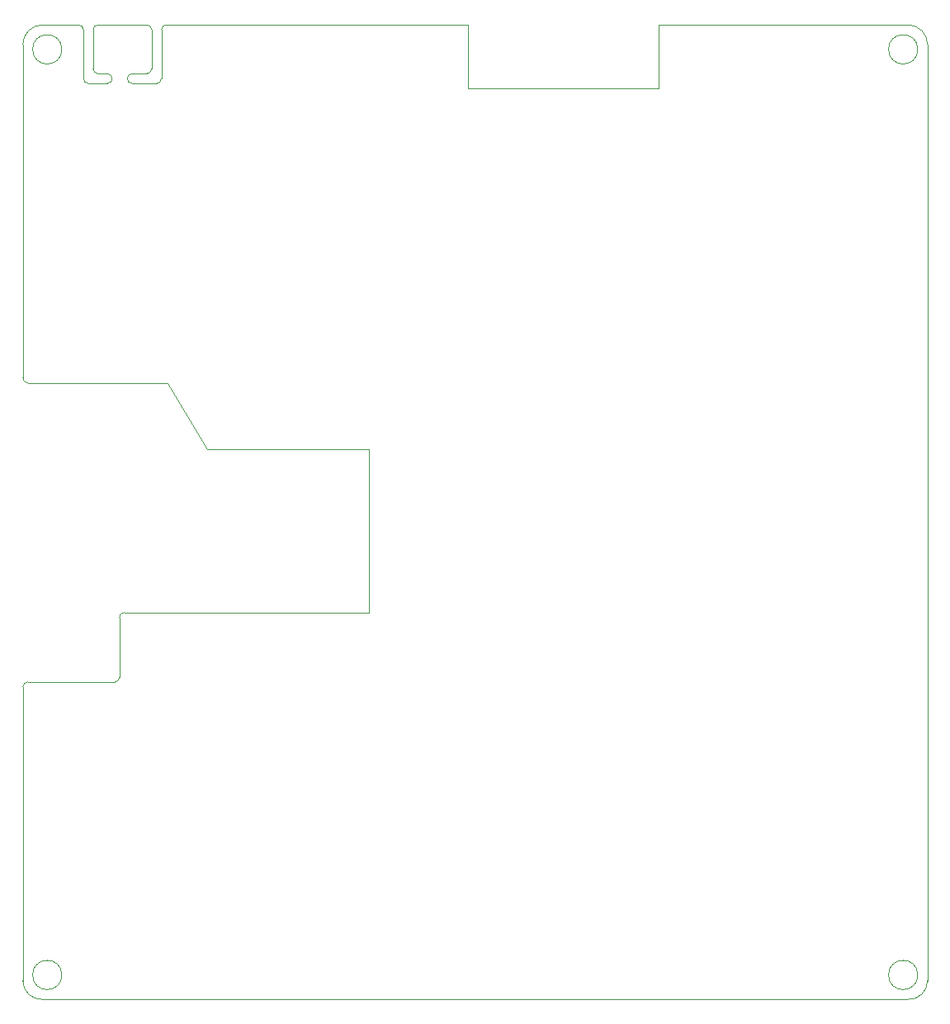
<source format=gm1>
G04 #@! TF.GenerationSoftware,KiCad,Pcbnew,8.0.3*
G04 #@! TF.CreationDate,2024-06-18T17:58:35+02:00*
G04 #@! TF.ProjectId,Open_beehive_scale_V0.5,4f70656e-5f62-4656-9568-6976655f7363,rev?*
G04 #@! TF.SameCoordinates,Original*
G04 #@! TF.FileFunction,Profile,NP*
%FSLAX46Y46*%
G04 Gerber Fmt 4.6, Leading zero omitted, Abs format (unit mm)*
G04 Created by KiCad (PCBNEW 8.0.3) date 2024-06-18 17:58:35*
%MOMM*%
%LPD*%
G01*
G04 APERTURE LIST*
G04 #@! TA.AperFunction,Profile*
%ADD10C,0.050000*%
G04 #@! TD*
G04 APERTURE END LIST*
D10*
X101120000Y-145800000D02*
X189920000Y-145800000D01*
X111830000Y-45890000D02*
X106830000Y-45890000D01*
X189920000Y-45890000D02*
G75*
G02*
X191919975Y-47900000I0J-2000000D01*
G01*
X107780000Y-50890000D02*
X106830000Y-50890000D01*
X164370000Y-45890000D02*
X189920000Y-45890000D01*
X111830000Y-45890000D02*
G75*
G02*
X112330000Y-46390000I0J-500000D01*
G01*
X104830000Y-45890000D02*
X101120000Y-45890000D01*
X109020000Y-106630000D02*
G75*
G02*
X109520000Y-106130000I500000J0D01*
G01*
X112330000Y-50390000D02*
X112330000Y-46390000D01*
X190920000Y-48400000D02*
G75*
G02*
X187920000Y-48400000I-1500000J0D01*
G01*
X187920000Y-48400000D02*
G75*
G02*
X190920000Y-48400000I1500000J0D01*
G01*
X99120000Y-113770000D02*
G75*
G02*
X99620000Y-113270000I500000J0D01*
G01*
X105330000Y-46390000D02*
X105330000Y-51390000D01*
X113830000Y-45890000D02*
X138520000Y-45890000D01*
X113970000Y-82590000D02*
X117990000Y-89430000D01*
X106330000Y-46390000D02*
G75*
G02*
X106830000Y-45890000I500000J0D01*
G01*
X105830000Y-51890000D02*
G75*
G02*
X105330000Y-51390000I0J500000D01*
G01*
X110330000Y-51890000D02*
G75*
G02*
X110330000Y-50890000I0J500000D01*
G01*
X103120000Y-143300000D02*
G75*
G02*
X100120000Y-143300000I-1500000J0D01*
G01*
X100120000Y-143300000D02*
G75*
G02*
X103120000Y-143300000I1500000J0D01*
G01*
X113330000Y-46390000D02*
X113330000Y-51390000D01*
X99120000Y-56680000D02*
X99120000Y-82090000D01*
X134600000Y-106130000D02*
X109520000Y-106130000D01*
X112830000Y-51890000D02*
X110330000Y-51890000D01*
X110330000Y-50890000D02*
X111830000Y-50890000D01*
X112330000Y-50390000D02*
G75*
G02*
X111830000Y-50890000I-500000J0D01*
G01*
X99120000Y-47900000D02*
G75*
G02*
X101120000Y-45890025I2010000J0D01*
G01*
X191920000Y-143900000D02*
G75*
G02*
X189920000Y-145800000I-1902500J0D01*
G01*
X113330000Y-51390000D02*
G75*
G02*
X112830000Y-51890000I-500000J0D01*
G01*
X101120000Y-145800000D02*
G75*
G02*
X99120000Y-143900000I-97500J1900000D01*
G01*
X144770000Y-45890000D02*
X144770000Y-52390000D01*
X113330000Y-46390000D02*
G75*
G02*
X113830000Y-45890000I500000J0D01*
G01*
X190920000Y-143300000D02*
G75*
G02*
X187920000Y-143300000I-1500000J0D01*
G01*
X187920000Y-143300000D02*
G75*
G02*
X190920000Y-143300000I1500000J0D01*
G01*
X99620000Y-82590000D02*
G75*
G02*
X99120000Y-82090000I0J500000D01*
G01*
X99620000Y-82590000D02*
X113970000Y-82590000D01*
X106330000Y-50390000D02*
X106330000Y-46390000D01*
X99120000Y-143900000D02*
X99120000Y-113770000D01*
X117990000Y-89430000D02*
X134600000Y-89435000D01*
X106830000Y-50890000D02*
G75*
G02*
X106330000Y-50390000I0J500000D01*
G01*
X105830000Y-51890000D02*
X107780000Y-51890000D01*
X134600000Y-89435000D02*
X134600000Y-106130000D01*
X104830000Y-45890000D02*
G75*
G02*
X105330000Y-46390000I-5000J-505000D01*
G01*
X99120000Y-56680000D02*
X99120000Y-47900000D01*
X99620000Y-113270000D02*
X108520000Y-113270000D01*
X144770000Y-52390000D02*
X164370000Y-52390000D01*
X107780000Y-50890000D02*
G75*
G02*
X107780000Y-51890000I0J-500000D01*
G01*
X191920000Y-143900000D02*
X191920000Y-47900000D01*
X103120000Y-48400000D02*
G75*
G02*
X100120000Y-48400000I-1500000J0D01*
G01*
X100120000Y-48400000D02*
G75*
G02*
X103120000Y-48400000I1500000J0D01*
G01*
X164370000Y-52390000D02*
X164370000Y-45890000D01*
X144770000Y-45890000D02*
X138520000Y-45890000D01*
X109020000Y-112770000D02*
X109020000Y-106630000D01*
X109020000Y-112770000D02*
G75*
G02*
X108520000Y-113270000I-500000J0D01*
G01*
M02*

</source>
